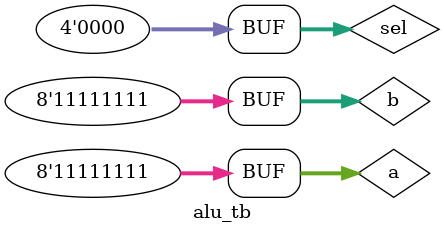
<source format=sv>
module alu_tb;
  reg [7:0]a,b;
  reg [3:0]sel;
  wire [7:0]out;
  
  alu_8_bit a1(a,b,sel,out);
  initial begin
    $dumpfile("dump.vcd"); $dumpvars;
  end
  
  initial begin
    sel=4'h0;
    a=8'h0_0;b=8'hf_f;
    #50 a=8'hf_f;b=8'h0_f;
    #50 a=8'hf_f;b=8'hf_f;
  end
endmodule
</source>
